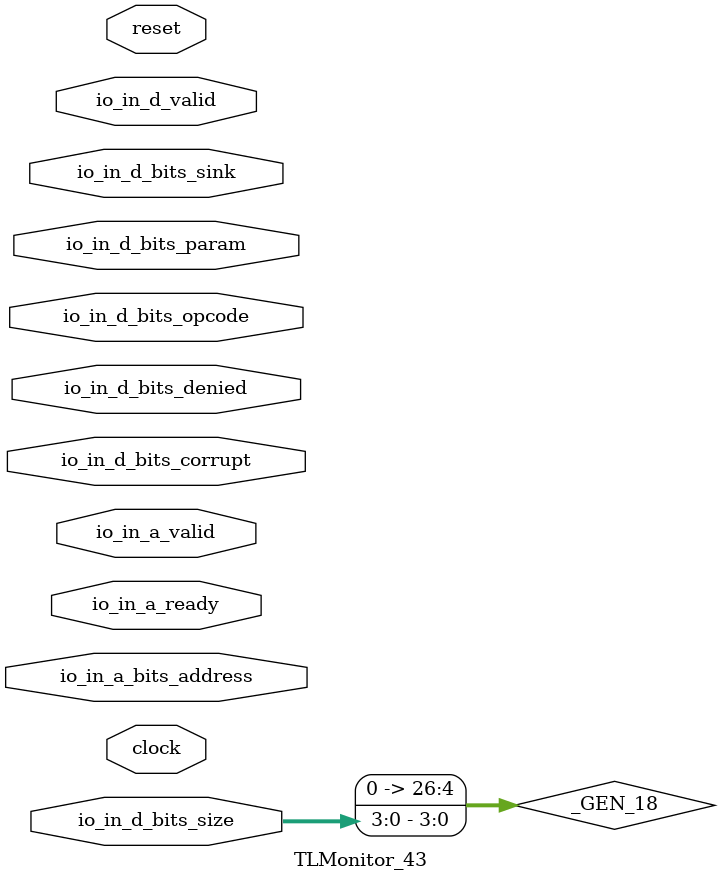
<source format=sv>
`ifndef RANDOMIZE
  `ifdef RANDOMIZE_MEM_INIT
    `define RANDOMIZE
  `endif // RANDOMIZE_MEM_INIT
`endif // not def RANDOMIZE
`ifndef RANDOMIZE
  `ifdef RANDOMIZE_REG_INIT
    `define RANDOMIZE
  `endif // RANDOMIZE_REG_INIT
`endif // not def RANDOMIZE

`ifndef RANDOM
  `define RANDOM $random
`endif // not def RANDOM

// Users can define INIT_RANDOM as general code that gets injected into the
// initializer block for modules with registers.
`ifndef INIT_RANDOM
  `define INIT_RANDOM
`endif // not def INIT_RANDOM

// If using random initialization, you can also define RANDOMIZE_DELAY to
// customize the delay used, otherwise 0.002 is used.
`ifndef RANDOMIZE_DELAY
  `define RANDOMIZE_DELAY 0.002
`endif // not def RANDOMIZE_DELAY

// Define INIT_RANDOM_PROLOG_ for use in our modules below.
`ifndef INIT_RANDOM_PROLOG_
  `ifdef RANDOMIZE
    `ifdef VERILATOR
      `define INIT_RANDOM_PROLOG_ `INIT_RANDOM
    `else  // VERILATOR
      `define INIT_RANDOM_PROLOG_ `INIT_RANDOM #`RANDOMIZE_DELAY begin end
    `endif // VERILATOR
  `else  // RANDOMIZE
    `define INIT_RANDOM_PROLOG_
  `endif // RANDOMIZE
`endif // not def INIT_RANDOM_PROLOG_

// Include register initializers in init blocks unless synthesis is set
`ifndef SYNTHESIS
  `ifndef ENABLE_INITIAL_REG_
    `define ENABLE_INITIAL_REG_
  `endif // not def ENABLE_INITIAL_REG_
`endif // not def SYNTHESIS

// Include rmemory initializers in init blocks unless synthesis is set
`ifndef SYNTHESIS
  `ifndef ENABLE_INITIAL_MEM_
    `define ENABLE_INITIAL_MEM_
  `endif // not def ENABLE_INITIAL_MEM_
`endif // not def SYNTHESIS

// Standard header to adapt well known macros for prints and assertions.

// Users can define 'PRINTF_COND' to add an extra gate to prints.
`ifndef PRINTF_COND_
  `ifdef PRINTF_COND
    `define PRINTF_COND_ (`PRINTF_COND)
  `else  // PRINTF_COND
    `define PRINTF_COND_ 1
  `endif // PRINTF_COND
`endif // not def PRINTF_COND_

// Users can define 'ASSERT_VERBOSE_COND' to add an extra gate to assert error printing.
`ifndef ASSERT_VERBOSE_COND_
  `ifdef ASSERT_VERBOSE_COND
    `define ASSERT_VERBOSE_COND_ (`ASSERT_VERBOSE_COND)
  `else  // ASSERT_VERBOSE_COND
    `define ASSERT_VERBOSE_COND_ 1
  `endif // ASSERT_VERBOSE_COND
`endif // not def ASSERT_VERBOSE_COND_

// Users can define 'STOP_COND' to add an extra gate to stop conditions.
`ifndef STOP_COND_
  `ifdef STOP_COND
    `define STOP_COND_ (`STOP_COND)
  `else  // STOP_COND
    `define STOP_COND_ 1
  `endif // STOP_COND
`endif // not def STOP_COND_

module TLMonitor_43(
  input        clock,
               reset,
               io_in_a_ready,	// @[generators/rocket-chip/src/main/scala/tilelink/Monitor.scala:17:14]
               io_in_a_valid,	// @[generators/rocket-chip/src/main/scala/tilelink/Monitor.scala:17:14]
  input [31:0] io_in_a_bits_address,	// @[generators/rocket-chip/src/main/scala/tilelink/Monitor.scala:17:14]
  input        io_in_d_valid,	// @[generators/rocket-chip/src/main/scala/tilelink/Monitor.scala:17:14]
  input [2:0]  io_in_d_bits_opcode,	// @[generators/rocket-chip/src/main/scala/tilelink/Monitor.scala:17:14]
  input [1:0]  io_in_d_bits_param,	// @[generators/rocket-chip/src/main/scala/tilelink/Monitor.scala:17:14]
  input [3:0]  io_in_d_bits_size,	// @[generators/rocket-chip/src/main/scala/tilelink/Monitor.scala:17:14]
               io_in_d_bits_sink,	// @[generators/rocket-chip/src/main/scala/tilelink/Monitor.scala:17:14]
  input        io_in_d_bits_denied,	// @[generators/rocket-chip/src/main/scala/tilelink/Monitor.scala:17:14]
               io_in_d_bits_corrupt	// @[generators/rocket-chip/src/main/scala/tilelink/Monitor.scala:17:14]
);

  wire [31:0] _plusarg_reader_1_out;	// @[generators/rocket-chip/src/main/scala/util/PlusArg.scala:80:11]
  wire [31:0] _plusarg_reader_out;	// @[generators/rocket-chip/src/main/scala/util/PlusArg.scala:80:11]
  wire        _a_first_T_1 = io_in_a_ready & io_in_a_valid;	// @[src/main/scala/chisel3/util/Decoupled.scala:52:35]
  reg  [7:0]  a_first_counter;	// @[generators/rocket-chip/src/main/scala/tilelink/Edges.scala:230:27]
  reg  [31:0] address;	// @[generators/rocket-chip/src/main/scala/tilelink/Monitor.scala:388:22]
  reg  [7:0]  d_first_counter;	// @[generators/rocket-chip/src/main/scala/tilelink/Edges.scala:230:27]
  reg  [2:0]  opcode_1;	// @[generators/rocket-chip/src/main/scala/tilelink/Monitor.scala:535:22]
  reg  [1:0]  param_1;	// @[generators/rocket-chip/src/main/scala/tilelink/Monitor.scala:536:22]
  reg  [3:0]  size_1;	// @[generators/rocket-chip/src/main/scala/tilelink/Monitor.scala:537:22]
  reg  [3:0]  sink;	// @[generators/rocket-chip/src/main/scala/tilelink/Monitor.scala:539:22]
  reg         denied;	// @[generators/rocket-chip/src/main/scala/tilelink/Monitor.scala:540:22]
  reg         inflight;	// @[generators/rocket-chip/src/main/scala/tilelink/Monitor.scala:611:27]
  reg  [3:0]  inflight_opcodes;	// @[generators/rocket-chip/src/main/scala/tilelink/Monitor.scala:613:35]
  reg  [7:0]  inflight_sizes;	// @[generators/rocket-chip/src/main/scala/tilelink/Monitor.scala:615:33]
  reg  [7:0]  a_first_counter_1;	// @[generators/rocket-chip/src/main/scala/tilelink/Edges.scala:230:27]
  wire        a_first_1 = a_first_counter_1 == 8'h0;	// @[generators/rocket-chip/src/main/scala/tilelink/Edges.scala:222:14, :230:27, :232:25]
  reg  [7:0]  d_first_counter_1;	// @[generators/rocket-chip/src/main/scala/tilelink/Edges.scala:230:27]
  wire        d_first_1 = d_first_counter_1 == 8'h0;	// @[generators/rocket-chip/src/main/scala/tilelink/Edges.scala:222:14, :230:27, :232:25]
  wire        a_set = _a_first_T_1 & a_first_1;	// @[generators/rocket-chip/src/main/scala/tilelink/Edges.scala:232:25, generators/rocket-chip/src/main/scala/tilelink/Monitor.scala:652:25, src/main/scala/chisel3/util/Decoupled.scala:52:35]
  wire        d_release_ack = io_in_d_bits_opcode == 3'h6;	// @[generators/rocket-chip/src/main/scala/tilelink/Monitor.scala:670:46]
  wire        _GEN = io_in_d_valid & d_first_1;	// @[generators/rocket-chip/src/main/scala/tilelink/Edges.scala:232:25, generators/rocket-chip/src/main/scala/tilelink/Monitor.scala:671:26]
  wire        d_clr_wo_ready = _GEN & ~d_release_ack;	// @[generators/rocket-chip/src/main/scala/tilelink/Monitor.scala:670:46, :671:{26,71,74}]
  reg  [31:0] watchdog;	// @[generators/rocket-chip/src/main/scala/tilelink/Monitor.scala:706:27]
  reg         inflight_1;	// @[generators/rocket-chip/src/main/scala/tilelink/Monitor.scala:723:35]
  reg  [7:0]  inflight_sizes_1;	// @[generators/rocket-chip/src/main/scala/tilelink/Monitor.scala:725:35]
  reg  [7:0]  d_first_counter_2;	// @[generators/rocket-chip/src/main/scala/tilelink/Edges.scala:230:27]
  wire        d_first_2 = d_first_counter_2 == 8'h0;	// @[generators/rocket-chip/src/main/scala/tilelink/Edges.scala:222:14, :230:27, :232:25]
  wire        d_clr_1 = io_in_d_valid & d_first_2 & d_release_ack;	// @[generators/rocket-chip/src/main/scala/tilelink/Edges.scala:232:25, generators/rocket-chip/src/main/scala/tilelink/Monitor.scala:670:46, :785:70]
  reg  [31:0] watchdog_1;	// @[generators/rocket-chip/src/main/scala/tilelink/Monitor.scala:815:27]
  `ifndef SYNTHESIS	// @[generators/rocket-chip/src/main/scala/tilelink/Monitor.scala:42:11]
    wire [7:0][2:0] _GEN_0 = '{3'h4, 3'h5, 3'h2, 3'h1, 3'h1, 3'h1, 3'h0, 3'h0};	// @[generators/rocket-chip/src/main/scala/tilelink/Monitor.scala:690:38]
    wire [7:0][2:0] _GEN_1 = '{3'h4, 3'h4, 3'h2, 3'h1, 3'h1, 3'h1, 3'h0, 3'h0};	// @[generators/rocket-chip/src/main/scala/tilelink/Monitor.scala:689:38]
    wire            _GEN_2 = io_in_a_valid & ~reset;	// @[generators/rocket-chip/src/main/scala/tilelink/Monitor.scala:42:11]
    wire            _GEN_3 = io_in_d_valid & io_in_d_bits_opcode == 3'h6 & ~reset;	// @[generators/rocket-chip/src/main/scala/tilelink/Monitor.scala:42:11, :49:11, :310:25]
    wire            _GEN_4 = io_in_d_bits_size[3:2] == 2'h0;	// @[generators/rocket-chip/src/main/scala/tilelink/Monitor.scala:312:27, :313:28]
    wire            _GEN_5 = io_in_d_valid & io_in_d_bits_opcode == 3'h4 & ~reset;	// @[generators/rocket-chip/src/main/scala/tilelink/Monitor.scala:42:11, :49:11, :318:25]
    wire            _GEN_6 = io_in_d_bits_param == 2'h2;	// @[generators/rocket-chip/src/main/scala/tilelink/Bundles.scala:111:27, generators/rocket-chip/src/main/scala/tilelink/Monitor.scala:323:28]
    wire            _GEN_7 = io_in_d_valid & io_in_d_bits_opcode == 3'h5 & ~reset;	// @[generators/rocket-chip/src/main/scala/tilelink/Monitor.scala:42:11, :49:11, :328:25]
    wire            _GEN_8 = ~io_in_d_bits_denied | io_in_d_bits_corrupt;	// @[generators/rocket-chip/src/main/scala/tilelink/Monitor.scala:334:{15,30}]
    wire            _GEN_9 = io_in_d_valid & io_in_d_bits_opcode == 3'h0 & ~reset;	// @[generators/rocket-chip/src/main/scala/tilelink/Monitor.scala:42:11, :49:11, :338:25]
    wire            _GEN_10 = io_in_d_bits_opcode == 3'h1;	// @[generators/rocket-chip/src/main/scala/tilelink/Monitor.scala:346:25]
    wire            _GEN_11 = io_in_d_valid & _GEN_10 & ~reset;	// @[generators/rocket-chip/src/main/scala/tilelink/Monitor.scala:42:11, :49:11, :346:25]
    wire            _GEN_12 = io_in_d_valid & io_in_d_bits_opcode == 3'h2 & ~reset;	// @[generators/rocket-chip/src/main/scala/tilelink/Monitor.scala:42:11, :49:11, :354:25]
    wire            _GEN_13 = io_in_d_valid & (|d_first_counter) & ~reset;	// @[generators/rocket-chip/src/main/scala/tilelink/Edges.scala:230:27, :232:25, generators/rocket-chip/src/main/scala/tilelink/Monitor.scala:42:11, :49:11]
    wire            a_set_wo_ready = io_in_a_valid & a_first_1;	// @[generators/rocket-chip/src/main/scala/tilelink/Edges.scala:232:25, generators/rocket-chip/src/main/scala/tilelink/Monitor.scala:648:26]
    wire            _GEN_14 = d_clr_wo_ready & a_set_wo_ready & ~reset;	// @[generators/rocket-chip/src/main/scala/tilelink/Monitor.scala:42:11, :49:11, :648:26, :671:71]
    wire            _GEN_15 = d_clr_wo_ready & ~a_set_wo_ready & ~reset;	// @[generators/rocket-chip/src/main/scala/tilelink/Monitor.scala:42:11, :49:11, :648:26, :671:71, :684:30]
    wire [7:0]      _GEN_16 = {4'h0, io_in_d_bits_size};	// @[generators/rocket-chip/src/main/scala/diplomacy/Parameters.scala:92:38, generators/rocket-chip/src/main/scala/tilelink/Bundles.scala:111:27, generators/rocket-chip/src/main/scala/tilelink/Monitor.scala:634:69, :638:65, :656:79, :657:77, :691:36]
    wire            _GEN_17 = d_clr_1 & ~reset;	// @[generators/rocket-chip/src/main/scala/tilelink/Monitor.scala:42:11, :49:11, :785:70]
    always @(posedge clock) begin	// @[generators/rocket-chip/src/main/scala/tilelink/Monitor.scala:42:11]
      if (_GEN_2 & ~({io_in_a_bits_address[31:14], ~(io_in_a_bits_address[13:12])} == 20'h0 | io_in_a_bits_address[31:13] == 19'h0 | {io_in_a_bits_address[31:17], ~(io_in_a_bits_address[16])} == 16'h0 | {io_in_a_bits_address[31:21], io_in_a_bits_address[20:17] ^ 4'h8, io_in_a_bits_address[15:12]} == 19'h0 | {io_in_a_bits_address[31:26], io_in_a_bits_address[25:16] ^ 10'h200} == 16'h0 | {io_in_a_bits_address[31:26], io_in_a_bits_address[25:12] ^ 14'h2010} == 20'h0 | {io_in_a_bits_address[31:28], io_in_a_bits_address[27:16] ^ 12'h800} == 16'h0 | {io_in_a_bits_address[31:28], ~(io_in_a_bits_address[27:26])} == 6'h0 | {io_in_a_bits_address[31:29], io_in_a_bits_address[28:12] ^ 17'h10020} == 20'h0 | io_in_a_bits_address[31:28] == 4'h8)) begin	// @[generators/rocket-chip/src/main/scala/diplomacy/Parameters.scala:137:{31,41,46,59}, generators/rocket-chip/src/main/scala/tilelink/Bundles.scala:259:74, generators/rocket-chip/src/main/scala/tilelink/Edges.scala:22:16, generators/rocket-chip/src/main/scala/tilelink/Monitor.scala:42:11, generators/rocket-chip/src/main/scala/tilelink/Parameters.scala:673:26]
        if (`ASSERT_VERBOSE_COND_)	// @[generators/rocket-chip/src/main/scala/tilelink/Monitor.scala:42:11]
          $error("Assertion failed: 'A' channel carries Get type which slave claims it can't support (connected at generators/boom/src/main/scala/common/tile.scala:140:21)\n    at Monitor.scala:42 assert(cond, message)\n");	// @[generators/rocket-chip/src/main/scala/tilelink/Monitor.scala:42:11]
        if (`STOP_COND_)	// @[generators/rocket-chip/src/main/scala/tilelink/Monitor.scala:42:11]
          $fatal;	// @[generators/rocket-chip/src/main/scala/tilelink/Monitor.scala:42:11]
      end
      if (_GEN_2 & (|(io_in_a_bits_address[5:0]))) begin	// @[generators/rocket-chip/src/main/scala/tilelink/Edges.scala:22:{16,24}, generators/rocket-chip/src/main/scala/tilelink/Monitor.scala:42:11]
        if (`ASSERT_VERBOSE_COND_)	// @[generators/rocket-chip/src/main/scala/tilelink/Monitor.scala:42:11]
          $error("Assertion failed: 'A' channel Get address not aligned to size (connected at generators/boom/src/main/scala/common/tile.scala:140:21)\n    at Monitor.scala:42 assert(cond, message)\n");	// @[generators/rocket-chip/src/main/scala/tilelink/Monitor.scala:42:11]
        if (`STOP_COND_)	// @[generators/rocket-chip/src/main/scala/tilelink/Monitor.scala:42:11]
          $fatal;	// @[generators/rocket-chip/src/main/scala/tilelink/Monitor.scala:42:11]
      end
      if (io_in_d_valid & ~reset & (&io_in_d_bits_opcode)) begin	// @[generators/rocket-chip/src/main/scala/tilelink/Bundles.scala:45:24, generators/rocket-chip/src/main/scala/tilelink/Monitor.scala:42:11, :49:11]
        if (`ASSERT_VERBOSE_COND_)	// @[generators/rocket-chip/src/main/scala/tilelink/Monitor.scala:49:11]
          $error("Assertion failed: 'D' channel has invalid opcode (connected at generators/boom/src/main/scala/common/tile.scala:140:21)\n    at Monitor.scala:49 assert(cond, message)\n");	// @[generators/rocket-chip/src/main/scala/tilelink/Monitor.scala:49:11]
        if (`STOP_COND_)	// @[generators/rocket-chip/src/main/scala/tilelink/Monitor.scala:49:11]
          $fatal;	// @[generators/rocket-chip/src/main/scala/tilelink/Monitor.scala:49:11]
      end
      if (_GEN_3 & _GEN_4) begin	// @[generators/rocket-chip/src/main/scala/tilelink/Monitor.scala:49:11, :312:27]
        if (`ASSERT_VERBOSE_COND_)	// @[generators/rocket-chip/src/main/scala/tilelink/Monitor.scala:49:11]
          $error("Assertion failed: 'D' channel ReleaseAck smaller than a beat (connected at generators/boom/src/main/scala/common/tile.scala:140:21)\n    at Monitor.scala:49 assert(cond, message)\n");	// @[generators/rocket-chip/src/main/scala/tilelink/Monitor.scala:49:11]
        if (`STOP_COND_)	// @[generators/rocket-chip/src/main/scala/tilelink/Monitor.scala:49:11]
          $fatal;	// @[generators/rocket-chip/src/main/scala/tilelink/Monitor.scala:49:11]
      end
      if (_GEN_3 & (|io_in_d_bits_param)) begin	// @[generators/rocket-chip/src/main/scala/tilelink/Monitor.scala:49:11, :313:28]
        if (`ASSERT_VERBOSE_COND_)	// @[generators/rocket-chip/src/main/scala/tilelink/Monitor.scala:49:11]
          $error("Assertion failed: 'D' channel ReleaseeAck carries invalid param (connected at generators/boom/src/main/scala/common/tile.scala:140:21)\n    at Monitor.scala:49 assert(cond, message)\n");	// @[generators/rocket-chip/src/main/scala/tilelink/Monitor.scala:49:11]
        if (`STOP_COND_)	// @[generators/rocket-chip/src/main/scala/tilelink/Monitor.scala:49:11]
          $fatal;	// @[generators/rocket-chip/src/main/scala/tilelink/Monitor.scala:49:11]
      end
      if (_GEN_3 & io_in_d_bits_corrupt) begin	// @[generators/rocket-chip/src/main/scala/tilelink/Monitor.scala:49:11]
        if (`ASSERT_VERBOSE_COND_)	// @[generators/rocket-chip/src/main/scala/tilelink/Monitor.scala:49:11]
          $error("Assertion failed: 'D' channel ReleaseAck is corrupt (connected at generators/boom/src/main/scala/common/tile.scala:140:21)\n    at Monitor.scala:49 assert(cond, message)\n");	// @[generators/rocket-chip/src/main/scala/tilelink/Monitor.scala:49:11]
        if (`STOP_COND_)	// @[generators/rocket-chip/src/main/scala/tilelink/Monitor.scala:49:11]
          $fatal;	// @[generators/rocket-chip/src/main/scala/tilelink/Monitor.scala:49:11]
      end
      if (_GEN_3 & io_in_d_bits_denied) begin	// @[generators/rocket-chip/src/main/scala/tilelink/Monitor.scala:49:11]
        if (`ASSERT_VERBOSE_COND_)	// @[generators/rocket-chip/src/main/scala/tilelink/Monitor.scala:49:11]
          $error("Assertion failed: 'D' channel ReleaseAck is denied (connected at generators/boom/src/main/scala/common/tile.scala:140:21)\n    at Monitor.scala:49 assert(cond, message)\n");	// @[generators/rocket-chip/src/main/scala/tilelink/Monitor.scala:49:11]
        if (`STOP_COND_)	// @[generators/rocket-chip/src/main/scala/tilelink/Monitor.scala:49:11]
          $fatal;	// @[generators/rocket-chip/src/main/scala/tilelink/Monitor.scala:49:11]
      end
      if (_GEN_5 & _GEN_4) begin	// @[generators/rocket-chip/src/main/scala/tilelink/Monitor.scala:49:11, :312:27]
        if (`ASSERT_VERBOSE_COND_)	// @[generators/rocket-chip/src/main/scala/tilelink/Monitor.scala:49:11]
          $error("Assertion failed: 'D' channel Grant smaller than a beat (connected at generators/boom/src/main/scala/common/tile.scala:140:21)\n    at Monitor.scala:49 assert(cond, message)\n");	// @[generators/rocket-chip/src/main/scala/tilelink/Monitor.scala:49:11]
        if (`STOP_COND_)	// @[generators/rocket-chip/src/main/scala/tilelink/Monitor.scala:49:11]
          $fatal;	// @[generators/rocket-chip/src/main/scala/tilelink/Monitor.scala:49:11]
      end
      if (_GEN_5 & (&io_in_d_bits_param)) begin	// @[generators/rocket-chip/src/main/scala/tilelink/Bundles.scala:105:26, generators/rocket-chip/src/main/scala/tilelink/Monitor.scala:49:11]
        if (`ASSERT_VERBOSE_COND_)	// @[generators/rocket-chip/src/main/scala/tilelink/Monitor.scala:49:11]
          $error("Assertion failed: 'D' channel Grant carries invalid cap param (connected at generators/boom/src/main/scala/common/tile.scala:140:21)\n    at Monitor.scala:49 assert(cond, message)\n");	// @[generators/rocket-chip/src/main/scala/tilelink/Monitor.scala:49:11]
        if (`STOP_COND_)	// @[generators/rocket-chip/src/main/scala/tilelink/Monitor.scala:49:11]
          $fatal;	// @[generators/rocket-chip/src/main/scala/tilelink/Monitor.scala:49:11]
      end
      if (_GEN_5 & _GEN_6) begin	// @[generators/rocket-chip/src/main/scala/tilelink/Monitor.scala:49:11, :323:28]
        if (`ASSERT_VERBOSE_COND_)	// @[generators/rocket-chip/src/main/scala/tilelink/Monitor.scala:49:11]
          $error("Assertion failed: 'D' channel Grant carries toN param (connected at generators/boom/src/main/scala/common/tile.scala:140:21)\n    at Monitor.scala:49 assert(cond, message)\n");	// @[generators/rocket-chip/src/main/scala/tilelink/Monitor.scala:49:11]
        if (`STOP_COND_)	// @[generators/rocket-chip/src/main/scala/tilelink/Monitor.scala:49:11]
          $fatal;	// @[generators/rocket-chip/src/main/scala/tilelink/Monitor.scala:49:11]
      end
      if (_GEN_5 & io_in_d_bits_corrupt) begin	// @[generators/rocket-chip/src/main/scala/tilelink/Monitor.scala:49:11]
        if (`ASSERT_VERBOSE_COND_)	// @[generators/rocket-chip/src/main/scala/tilelink/Monitor.scala:49:11]
          $error("Assertion failed: 'D' channel Grant is corrupt (connected at generators/boom/src/main/scala/common/tile.scala:140:21)\n    at Monitor.scala:49 assert(cond, message)\n");	// @[generators/rocket-chip/src/main/scala/tilelink/Monitor.scala:49:11]
        if (`STOP_COND_)	// @[generators/rocket-chip/src/main/scala/tilelink/Monitor.scala:49:11]
          $fatal;	// @[generators/rocket-chip/src/main/scala/tilelink/Monitor.scala:49:11]
      end
      if (_GEN_7 & _GEN_4) begin	// @[generators/rocket-chip/src/main/scala/tilelink/Monitor.scala:49:11, :312:27]
        if (`ASSERT_VERBOSE_COND_)	// @[generators/rocket-chip/src/main/scala/tilelink/Monitor.scala:49:11]
          $error("Assertion failed: 'D' channel GrantData smaller than a beat (connected at generators/boom/src/main/scala/common/tile.scala:140:21)\n    at Monitor.scala:49 assert(cond, message)\n");	// @[generators/rocket-chip/src/main/scala/tilelink/Monitor.scala:49:11]
        if (`STOP_COND_)	// @[generators/rocket-chip/src/main/scala/tilelink/Monitor.scala:49:11]
          $fatal;	// @[generators/rocket-chip/src/main/scala/tilelink/Monitor.scala:49:11]
      end
      if (_GEN_7 & (&io_in_d_bits_param)) begin	// @[generators/rocket-chip/src/main/scala/tilelink/Bundles.scala:105:26, generators/rocket-chip/src/main/scala/tilelink/Monitor.scala:49:11]
        if (`ASSERT_VERBOSE_COND_)	// @[generators/rocket-chip/src/main/scala/tilelink/Monitor.scala:49:11]
          $error("Assertion failed: 'D' channel GrantData carries invalid cap param (connected at generators/boom/src/main/scala/common/tile.scala:140:21)\n    at Monitor.scala:49 assert(cond, message)\n");	// @[generators/rocket-chip/src/main/scala/tilelink/Monitor.scala:49:11]
        if (`STOP_COND_)	// @[generators/rocket-chip/src/main/scala/tilelink/Monitor.scala:49:11]
          $fatal;	// @[generators/rocket-chip/src/main/scala/tilelink/Monitor.scala:49:11]
      end
      if (_GEN_7 & _GEN_6) begin	// @[generators/rocket-chip/src/main/scala/tilelink/Monitor.scala:49:11, :323:28]
        if (`ASSERT_VERBOSE_COND_)	// @[generators/rocket-chip/src/main/scala/tilelink/Monitor.scala:49:11]
          $error("Assertion failed: 'D' channel GrantData carries toN param (connected at generators/boom/src/main/scala/common/tile.scala:140:21)\n    at Monitor.scala:49 assert(cond, message)\n");	// @[generators/rocket-chip/src/main/scala/tilelink/Monitor.scala:49:11]
        if (`STOP_COND_)	// @[generators/rocket-chip/src/main/scala/tilelink/Monitor.scala:49:11]
          $fatal;	// @[generators/rocket-chip/src/main/scala/tilelink/Monitor.scala:49:11]
      end
      if (_GEN_7 & ~_GEN_8) begin	// @[generators/rocket-chip/src/main/scala/tilelink/Monitor.scala:49:11, :334:30]
        if (`ASSERT_VERBOSE_COND_)	// @[generators/rocket-chip/src/main/scala/tilelink/Monitor.scala:49:11]
          $error("Assertion failed: 'D' channel GrantData is denied but not corrupt (connected at generators/boom/src/main/scala/common/tile.scala:140:21)\n    at Monitor.scala:49 assert(cond, message)\n");	// @[generators/rocket-chip/src/main/scala/tilelink/Monitor.scala:49:11]
        if (`STOP_COND_)	// @[generators/rocket-chip/src/main/scala/tilelink/Monitor.scala:49:11]
          $fatal;	// @[generators/rocket-chip/src/main/scala/tilelink/Monitor.scala:49:11]
      end
      if (_GEN_9 & (|io_in_d_bits_param)) begin	// @[generators/rocket-chip/src/main/scala/tilelink/Monitor.scala:49:11, :313:28]
        if (`ASSERT_VERBOSE_COND_)	// @[generators/rocket-chip/src/main/scala/tilelink/Monitor.scala:49:11]
          $error("Assertion failed: 'D' channel AccessAck carries invalid param (connected at generators/boom/src/main/scala/common/tile.scala:140:21)\n    at Monitor.scala:49 assert(cond, message)\n");	// @[generators/rocket-chip/src/main/scala/tilelink/Monitor.scala:49:11]
        if (`STOP_COND_)	// @[generators/rocket-chip/src/main/scala/tilelink/Monitor.scala:49:11]
          $fatal;	// @[generators/rocket-chip/src/main/scala/tilelink/Monitor.scala:49:11]
      end
      if (_GEN_9 & io_in_d_bits_corrupt) begin	// @[generators/rocket-chip/src/main/scala/tilelink/Monitor.scala:49:11]
        if (`ASSERT_VERBOSE_COND_)	// @[generators/rocket-chip/src/main/scala/tilelink/Monitor.scala:49:11]
          $error("Assertion failed: 'D' channel AccessAck is corrupt (connected at generators/boom/src/main/scala/common/tile.scala:140:21)\n    at Monitor.scala:49 assert(cond, message)\n");	// @[generators/rocket-chip/src/main/scala/tilelink/Monitor.scala:49:11]
        if (`STOP_COND_)	// @[generators/rocket-chip/src/main/scala/tilelink/Monitor.scala:49:11]
          $fatal;	// @[generators/rocket-chip/src/main/scala/tilelink/Monitor.scala:49:11]
      end
      if (_GEN_11 & (|io_in_d_bits_param)) begin	// @[generators/rocket-chip/src/main/scala/tilelink/Monitor.scala:49:11, :313:28]
        if (`ASSERT_VERBOSE_COND_)	// @[generators/rocket-chip/src/main/scala/tilelink/Monitor.scala:49:11]
          $error("Assertion failed: 'D' channel AccessAckData carries invalid param (connected at generators/boom/src/main/scala/common/tile.scala:140:21)\n    at Monitor.scala:49 assert(cond, message)\n");	// @[generators/rocket-chip/src/main/scala/tilelink/Monitor.scala:49:11]
        if (`STOP_COND_)	// @[generators/rocket-chip/src/main/scala/tilelink/Monitor.scala:49:11]
          $fatal;	// @[generators/rocket-chip/src/main/scala/tilelink/Monitor.scala:49:11]
      end
      if (_GEN_11 & ~_GEN_8) begin	// @[generators/rocket-chip/src/main/scala/tilelink/Monitor.scala:49:11, :334:30]
        if (`ASSERT_VERBOSE_COND_)	// @[generators/rocket-chip/src/main/scala/tilelink/Monitor.scala:49:11]
          $error("Assertion failed: 'D' channel AccessAckData is denied but not corrupt (connected at generators/boom/src/main/scala/common/tile.scala:140:21)\n    at Monitor.scala:49 assert(cond, message)\n");	// @[generators/rocket-chip/src/main/scala/tilelink/Monitor.scala:49:11]
        if (`STOP_COND_)	// @[generators/rocket-chip/src/main/scala/tilelink/Monitor.scala:49:11]
          $fatal;	// @[generators/rocket-chip/src/main/scala/tilelink/Monitor.scala:49:11]
      end
      if (_GEN_12 & (|io_in_d_bits_param)) begin	// @[generators/rocket-chip/src/main/scala/tilelink/Monitor.scala:49:11, :313:28]
        if (`ASSERT_VERBOSE_COND_)	// @[generators/rocket-chip/src/main/scala/tilelink/Monitor.scala:49:11]
          $error("Assertion failed: 'D' channel HintAck carries invalid param (connected at generators/boom/src/main/scala/common/tile.scala:140:21)\n    at Monitor.scala:49 assert(cond, message)\n");	// @[generators/rocket-chip/src/main/scala/tilelink/Monitor.scala:49:11]
        if (`STOP_COND_)	// @[generators/rocket-chip/src/main/scala/tilelink/Monitor.scala:49:11]
          $fatal;	// @[generators/rocket-chip/src/main/scala/tilelink/Monitor.scala:49:11]
      end
      if (_GEN_12 & io_in_d_bits_corrupt) begin	// @[generators/rocket-chip/src/main/scala/tilelink/Monitor.scala:49:11]
        if (`ASSERT_VERBOSE_COND_)	// @[generators/rocket-chip/src/main/scala/tilelink/Monitor.scala:49:11]
          $error("Assertion failed: 'D' channel HintAck is corrupt (connected at generators/boom/src/main/scala/common/tile.scala:140:21)\n    at Monitor.scala:49 assert(cond, message)\n");	// @[generators/rocket-chip/src/main/scala/tilelink/Monitor.scala:49:11]
        if (`STOP_COND_)	// @[generators/rocket-chip/src/main/scala/tilelink/Monitor.scala:49:11]
          $fatal;	// @[generators/rocket-chip/src/main/scala/tilelink/Monitor.scala:49:11]
      end
      if (io_in_a_valid & (|a_first_counter) & ~reset & io_in_a_bits_address != address) begin	// @[generators/rocket-chip/src/main/scala/tilelink/Edges.scala:230:27, :232:25, generators/rocket-chip/src/main/scala/tilelink/Monitor.scala:42:11, :388:22, :394:32]
        if (`ASSERT_VERBOSE_COND_)	// @[generators/rocket-chip/src/main/scala/tilelink/Monitor.scala:42:11]
          $error("Assertion failed: 'A' channel address changed with multibeat operation (connected at generators/boom/src/main/scala/common/tile.scala:140:21)\n    at Monitor.scala:42 assert(cond, message)\n");	// @[generators/rocket-chip/src/main/scala/tilelink/Monitor.scala:42:11]
        if (`STOP_COND_)	// @[generators/rocket-chip/src/main/scala/tilelink/Monitor.scala:42:11]
          $fatal;	// @[generators/rocket-chip/src/main/scala/tilelink/Monitor.scala:42:11]
      end
      if (_GEN_13 & io_in_d_bits_opcode != opcode_1) begin	// @[generators/rocket-chip/src/main/scala/tilelink/Monitor.scala:49:11, :535:22, :542:29]
        if (`ASSERT_VERBOSE_COND_)	// @[generators/rocket-chip/src/main/scala/tilelink/Monitor.scala:49:11]
          $error("Assertion failed: 'D' channel opcode changed within multibeat operation (connected at generators/boom/src/main/scala/common/tile.scala:140:21)\n    at Monitor.scala:49 assert(cond, message)\n");	// @[generators/rocket-chip/src/main/scala/tilelink/Monitor.scala:49:11]
        if (`STOP_COND_)	// @[generators/rocket-chip/src/main/scala/tilelink/Monitor.scala:49:11]
          $fatal;	// @[generators/rocket-chip/src/main/scala/tilelink/Monitor.scala:49:11]
      end
      if (_GEN_13 & io_in_d_bits_param != param_1) begin	// @[generators/rocket-chip/src/main/scala/tilelink/Monitor.scala:49:11, :536:22, :543:29]
        if (`ASSERT_VERBOSE_COND_)	// @[generators/rocket-chip/src/main/scala/tilelink/Monitor.scala:49:11]
          $error("Assertion failed: 'D' channel param changed within multibeat operation (connected at generators/boom/src/main/scala/common/tile.scala:140:21)\n    at Monitor.scala:49 assert(cond, message)\n");	// @[generators/rocket-chip/src/main/scala/tilelink/Monitor.scala:49:11]
        if (`STOP_COND_)	// @[generators/rocket-chip/src/main/scala/tilelink/Monitor.scala:49:11]
          $fatal;	// @[generators/rocket-chip/src/main/scala/tilelink/Monitor.scala:49:11]
      end
      if (_GEN_13 & io_in_d_bits_size != size_1) begin	// @[generators/rocket-chip/src/main/scala/tilelink/Monitor.scala:49:11, :537:22, :544:29]
        if (`ASSERT_VERBOSE_COND_)	// @[generators/rocket-chip/src/main/scala/tilelink/Monitor.scala:49:11]
          $error("Assertion failed: 'D' channel size changed within multibeat operation (connected at generators/boom/src/main/scala/common/tile.scala:140:21)\n    at Monitor.scala:49 assert(cond, message)\n");	// @[generators/rocket-chip/src/main/scala/tilelink/Monitor.scala:49:11]
        if (`STOP_COND_)	// @[generators/rocket-chip/src/main/scala/tilelink/Monitor.scala:49:11]
          $fatal;	// @[generators/rocket-chip/src/main/scala/tilelink/Monitor.scala:49:11]
      end
      if (_GEN_13 & io_in_d_bits_sink != sink) begin	// @[generators/rocket-chip/src/main/scala/tilelink/Monitor.scala:49:11, :539:22, :546:29]
        if (`ASSERT_VERBOSE_COND_)	// @[generators/rocket-chip/src/main/scala/tilelink/Monitor.scala:49:11]
          $error("Assertion failed: 'D' channel sink changed with multibeat operation (connected at generators/boom/src/main/scala/common/tile.scala:140:21)\n    at Monitor.scala:49 assert(cond, message)\n");	// @[generators/rocket-chip/src/main/scala/tilelink/Monitor.scala:49:11]
        if (`STOP_COND_)	// @[generators/rocket-chip/src/main/scala/tilelink/Monitor.scala:49:11]
          $fatal;	// @[generators/rocket-chip/src/main/scala/tilelink/Monitor.scala:49:11]
      end
      if (_GEN_13 & io_in_d_bits_denied != denied) begin	// @[generators/rocket-chip/src/main/scala/tilelink/Monitor.scala:49:11, :540:22, :547:29]
        if (`ASSERT_VERBOSE_COND_)	// @[generators/rocket-chip/src/main/scala/tilelink/Monitor.scala:49:11]
          $error("Assertion failed: 'D' channel denied changed with multibeat operation (connected at generators/boom/src/main/scala/common/tile.scala:140:21)\n    at Monitor.scala:49 assert(cond, message)\n");	// @[generators/rocket-chip/src/main/scala/tilelink/Monitor.scala:49:11]
        if (`STOP_COND_)	// @[generators/rocket-chip/src/main/scala/tilelink/Monitor.scala:49:11]
          $fatal;	// @[generators/rocket-chip/src/main/scala/tilelink/Monitor.scala:49:11]
      end
      if (a_set & ~reset & inflight) begin	// @[generators/rocket-chip/src/main/scala/tilelink/Monitor.scala:42:11, :611:27, :652:25]
        if (`ASSERT_VERBOSE_COND_)	// @[generators/rocket-chip/src/main/scala/tilelink/Monitor.scala:42:11]
          $error("Assertion failed: 'A' channel re-used a source ID (connected at generators/boom/src/main/scala/common/tile.scala:140:21)\n    at Monitor.scala:42 assert(cond, message)\n");	// @[generators/rocket-chip/src/main/scala/tilelink/Monitor.scala:42:11]
        if (`STOP_COND_)	// @[generators/rocket-chip/src/main/scala/tilelink/Monitor.scala:42:11]
          $fatal;	// @[generators/rocket-chip/src/main/scala/tilelink/Monitor.scala:42:11]
      end
      if (d_clr_wo_ready & ~reset & ~(inflight | a_set_wo_ready)) begin	// @[generators/rocket-chip/src/main/scala/tilelink/Monitor.scala:42:11, :49:11, :611:27, :648:26, :671:71, :682:49]
        if (`ASSERT_VERBOSE_COND_)	// @[generators/rocket-chip/src/main/scala/tilelink/Monitor.scala:49:11]
          $error("Assertion failed: 'D' channel acknowledged for nothing inflight (connected at generators/boom/src/main/scala/common/tile.scala:140:21)\n    at Monitor.scala:49 assert(cond, message)\n");	// @[generators/rocket-chip/src/main/scala/tilelink/Monitor.scala:49:11]
        if (`STOP_COND_)	// @[generators/rocket-chip/src/main/scala/tilelink/Monitor.scala:49:11]
          $fatal;	// @[generators/rocket-chip/src/main/scala/tilelink/Monitor.scala:49:11]
      end
      if (_GEN_14 & ~_GEN_10) begin	// @[generators/rocket-chip/src/main/scala/tilelink/Monitor.scala:49:11, :346:25]
        if (`ASSERT_VERBOSE_COND_)	// @[generators/rocket-chip/src/main/scala/tilelink/Monitor.scala:49:11]
          $error("Assertion failed: 'D' channel contains improper opcode response (connected at generators/boom/src/main/scala/common/tile.scala:140:21)\n    at Monitor.scala:49 assert(cond, message)\n");	// @[generators/rocket-chip/src/main/scala/tilelink/Monitor.scala:49:11]
        if (`STOP_COND_)	// @[generators/rocket-chip/src/main/scala/tilelink/Monitor.scala:49:11]
          $fatal;	// @[generators/rocket-chip/src/main/scala/tilelink/Monitor.scala:49:11]
      end
      if (_GEN_14 & io_in_d_bits_size != 4'h6) begin	// @[generators/rocket-chip/src/main/scala/tilelink/Monitor.scala:17:14, :49:11, :687:36]
        if (`ASSERT_VERBOSE_COND_)	// @[generators/rocket-chip/src/main/scala/tilelink/Monitor.scala:49:11]
          $error("Assertion failed: 'D' channel contains improper response size (connected at generators/boom/src/main/scala/common/tile.scala:140:21)\n    at Monitor.scala:49 assert(cond, message)\n");	// @[generators/rocket-chip/src/main/scala/tilelink/Monitor.scala:49:11]
        if (`STOP_COND_)	// @[generators/rocket-chip/src/main/scala/tilelink/Monitor.scala:49:11]
          $fatal;	// @[generators/rocket-chip/src/main/scala/tilelink/Monitor.scala:49:11]
      end
      if (_GEN_15 & ~(io_in_d_bits_opcode == _GEN_1[inflight_opcodes[3:1]] | io_in_d_bits_opcode == _GEN_0[inflight_opcodes[3:1]])) begin	// @[generators/rocket-chip/src/main/scala/tilelink/Monitor.scala:42:11, :49:11, :613:35, :634:152, :689:{38,72}, :690:38]
        if (`ASSERT_VERBOSE_COND_)	// @[generators/rocket-chip/src/main/scala/tilelink/Monitor.scala:49:11]
          $error("Assertion failed: 'D' channel contains improper opcode response (connected at generators/boom/src/main/scala/common/tile.scala:140:21)\n    at Monitor.scala:49 assert(cond, message)\n");	// @[generators/rocket-chip/src/main/scala/tilelink/Monitor.scala:49:11]
        if (`STOP_COND_)	// @[generators/rocket-chip/src/main/scala/tilelink/Monitor.scala:49:11]
          $fatal;	// @[generators/rocket-chip/src/main/scala/tilelink/Monitor.scala:49:11]
      end
      if (_GEN_15 & _GEN_16 != {1'h0, inflight_sizes[7:1]}) begin	// @[generators/rocket-chip/src/main/scala/tilelink/Monitor.scala:17:14, :42:11, :49:11, :99:31, :131:74, :139:71, :615:33, :638:{19,144}, :691:36, :695:15]
        if (`ASSERT_VERBOSE_COND_)	// @[generators/rocket-chip/src/main/scala/tilelink/Monitor.scala:49:11]
          $error("Assertion failed: 'D' channel contains improper response size (connected at generators/boom/src/main/scala/common/tile.scala:140:21)\n    at Monitor.scala:49 assert(cond, message)\n");	// @[generators/rocket-chip/src/main/scala/tilelink/Monitor.scala:49:11]
        if (`STOP_COND_)	// @[generators/rocket-chip/src/main/scala/tilelink/Monitor.scala:49:11]
          $fatal;	// @[generators/rocket-chip/src/main/scala/tilelink/Monitor.scala:49:11]
      end
      if (_GEN & a_first_1 & io_in_a_valid & ~d_release_ack & ~reset & ~io_in_a_ready) begin	// @[generators/rocket-chip/src/main/scala/tilelink/Edges.scala:232:25, generators/rocket-chip/src/main/scala/tilelink/Monitor.scala:42:11, :49:11, :670:46, :671:{26,74}]
        if (`ASSERT_VERBOSE_COND_)	// @[generators/rocket-chip/src/main/scala/tilelink/Monitor.scala:49:11]
          $error("Assertion failed: ready check\n    at Monitor.scala:49 assert(cond, message)\n");	// @[generators/rocket-chip/src/main/scala/tilelink/Monitor.scala:49:11]
        if (`STOP_COND_)	// @[generators/rocket-chip/src/main/scala/tilelink/Monitor.scala:49:11]
          $fatal;	// @[generators/rocket-chip/src/main/scala/tilelink/Monitor.scala:49:11]
      end
      if (~reset & ~(a_set_wo_ready != d_clr_wo_ready | ~a_set_wo_ready)) begin	// @[generators/rocket-chip/src/main/scala/tilelink/Monitor.scala:42:11, :49:11, :648:26, :671:71, :684:30, :699:{29,48}]
        if (`ASSERT_VERBOSE_COND_)	// @[generators/rocket-chip/src/main/scala/tilelink/Monitor.scala:49:11]
          $error("Assertion failed: 'A' and 'D' concurrent, despite minlatency > 0 (connected at generators/boom/src/main/scala/common/tile.scala:140:21)\n    at Monitor.scala:49 assert(cond, message)\n");	// @[generators/rocket-chip/src/main/scala/tilelink/Monitor.scala:49:11]
        if (`STOP_COND_)	// @[generators/rocket-chip/src/main/scala/tilelink/Monitor.scala:49:11]
          $fatal;	// @[generators/rocket-chip/src/main/scala/tilelink/Monitor.scala:49:11]
      end
      if (~reset & ~(~inflight | _plusarg_reader_out == 32'h0 | watchdog < _plusarg_reader_out)) begin	// @[generators/rocket-chip/src/main/scala/tilelink/Bundles.scala:259:74, generators/rocket-chip/src/main/scala/tilelink/Monitor.scala:42:11, :611:27, :706:27, :709:{16,39,47,59}, generators/rocket-chip/src/main/scala/util/PlusArg.scala:80:11]
        if (`ASSERT_VERBOSE_COND_)	// @[generators/rocket-chip/src/main/scala/tilelink/Monitor.scala:42:11]
          $error("Assertion failed: TileLink timeout expired (connected at generators/boom/src/main/scala/common/tile.scala:140:21)\n    at Monitor.scala:42 assert(cond, message)\n");	// @[generators/rocket-chip/src/main/scala/tilelink/Monitor.scala:42:11]
        if (`STOP_COND_)	// @[generators/rocket-chip/src/main/scala/tilelink/Monitor.scala:42:11]
          $fatal;	// @[generators/rocket-chip/src/main/scala/tilelink/Monitor.scala:42:11]
      end
      if (_GEN_17 & ~inflight_1) begin	// @[generators/rocket-chip/src/main/scala/tilelink/Monitor.scala:49:11, :723:35]
        if (`ASSERT_VERBOSE_COND_)	// @[generators/rocket-chip/src/main/scala/tilelink/Monitor.scala:49:11]
          $error("Assertion failed: 'D' channel acknowledged for nothing inflight (connected at generators/boom/src/main/scala/common/tile.scala:140:21)\n    at Monitor.scala:49 assert(cond, message)\n");	// @[generators/rocket-chip/src/main/scala/tilelink/Monitor.scala:49:11]
        if (`STOP_COND_)	// @[generators/rocket-chip/src/main/scala/tilelink/Monitor.scala:49:11]
          $fatal;	// @[generators/rocket-chip/src/main/scala/tilelink/Monitor.scala:49:11]
      end
      if (_GEN_17 & _GEN_16 != {1'h0, inflight_sizes_1[7:1]}) begin	// @[generators/rocket-chip/src/main/scala/tilelink/Monitor.scala:17:14, :42:11, :49:11, :99:31, :131:74, :139:71, :691:36, :695:15, :725:35, :747:{21,146}, :797:36]
        if (`ASSERT_VERBOSE_COND_)	// @[generators/rocket-chip/src/main/scala/tilelink/Monitor.scala:49:11]
          $error("Assertion failed: 'D' channel contains improper response size (connected at generators/boom/src/main/scala/common/tile.scala:140:21)\n    at Monitor.scala:49 assert(cond, message)\n");	// @[generators/rocket-chip/src/main/scala/tilelink/Monitor.scala:49:11]
        if (`STOP_COND_)	// @[generators/rocket-chip/src/main/scala/tilelink/Monitor.scala:49:11]
          $fatal;	// @[generators/rocket-chip/src/main/scala/tilelink/Monitor.scala:49:11]
      end
      if (~reset & ~(~inflight_1 | _plusarg_reader_1_out == 32'h0 | watchdog_1 < _plusarg_reader_1_out)) begin	// @[generators/rocket-chip/src/main/scala/tilelink/Bundles.scala:259:74, generators/rocket-chip/src/main/scala/tilelink/Monitor.scala:42:11, :49:11, :723:35, :815:27, :818:{39,47,59}, generators/rocket-chip/src/main/scala/util/PlusArg.scala:80:11]
        if (`ASSERT_VERBOSE_COND_)	// @[generators/rocket-chip/src/main/scala/tilelink/Monitor.scala:42:11]
          $error("Assertion failed: TileLink timeout expired (connected at generators/boom/src/main/scala/common/tile.scala:140:21)\n    at Monitor.scala:42 assert(cond, message)\n");	// @[generators/rocket-chip/src/main/scala/tilelink/Monitor.scala:42:11]
        if (`STOP_COND_)	// @[generators/rocket-chip/src/main/scala/tilelink/Monitor.scala:42:11]
          $fatal;	// @[generators/rocket-chip/src/main/scala/tilelink/Monitor.scala:42:11]
      end
    end // always @(posedge)
  `endif // not def SYNTHESIS
  wire [26:0] _GEN_18 = {23'h0, io_in_d_bits_size};	// @[generators/rocket-chip/src/main/scala/util/package.scala:235:71]
  wire [26:0] _d_first_beats1_decode_T_1 = 27'hFFF << _GEN_18;	// @[generators/rocket-chip/src/main/scala/util/package.scala:235:71]
  wire [26:0] _d_first_beats1_decode_T_5 = 27'hFFF << _GEN_18;	// @[generators/rocket-chip/src/main/scala/util/package.scala:235:71]
  wire [26:0] _d_first_beats1_decode_T_9 = 27'hFFF << _GEN_18;	// @[generators/rocket-chip/src/main/scala/util/package.scala:235:71]
  always @(posedge clock) begin
    if (reset) begin
      a_first_counter <= 8'h0;	// @[generators/rocket-chip/src/main/scala/tilelink/Edges.scala:222:14, :230:27]
      d_first_counter <= 8'h0;	// @[generators/rocket-chip/src/main/scala/tilelink/Edges.scala:222:14, :230:27]
      inflight <= 1'h0;	// @[generators/rocket-chip/src/main/scala/tilelink/Monitor.scala:17:14, :42:11, :99:31, :131:74, :139:71, :611:27, :695:15]
      inflight_opcodes <= 4'h0;	// @[generators/rocket-chip/src/main/scala/diplomacy/Parameters.scala:92:38, generators/rocket-chip/src/main/scala/tilelink/Bundles.scala:111:27, generators/rocket-chip/src/main/scala/tilelink/Monitor.scala:613:35, :634:69, :638:65, :656:79, :657:77]
      inflight_sizes <= 8'h0;	// @[generators/rocket-chip/src/main/scala/tilelink/Edges.scala:222:14, generators/rocket-chip/src/main/scala/tilelink/Monitor.scala:615:33]
      a_first_counter_1 <= 8'h0;	// @[generators/rocket-chip/src/main/scala/tilelink/Edges.scala:222:14, :230:27]
      d_first_counter_1 <= 8'h0;	// @[generators/rocket-chip/src/main/scala/tilelink/Edges.scala:222:14, :230:27]
      watchdog <= 32'h0;	// @[generators/rocket-chip/src/main/scala/tilelink/Bundles.scala:259:74, generators/rocket-chip/src/main/scala/tilelink/Monitor.scala:706:27]
      inflight_1 <= 1'h0;	// @[generators/rocket-chip/src/main/scala/tilelink/Monitor.scala:17:14, :42:11, :99:31, :131:74, :139:71, :695:15, :723:35]
      inflight_sizes_1 <= 8'h0;	// @[generators/rocket-chip/src/main/scala/tilelink/Edges.scala:222:14, generators/rocket-chip/src/main/scala/tilelink/Monitor.scala:725:35]
      d_first_counter_2 <= 8'h0;	// @[generators/rocket-chip/src/main/scala/tilelink/Edges.scala:222:14, :230:27]
      watchdog_1 <= 32'h0;	// @[generators/rocket-chip/src/main/scala/tilelink/Bundles.scala:259:74, generators/rocket-chip/src/main/scala/tilelink/Monitor.scala:815:27]
    end
    else begin
      if (_a_first_T_1) begin	// @[src/main/scala/chisel3/util/Decoupled.scala:52:35]
        if (|a_first_counter)	// @[generators/rocket-chip/src/main/scala/tilelink/Edges.scala:230:27, :232:25]
          a_first_counter <= a_first_counter - 8'h1;	// @[generators/rocket-chip/src/main/scala/tilelink/Edges.scala:230:27, :231:28]
        else	// @[generators/rocket-chip/src/main/scala/tilelink/Edges.scala:232:25]
          a_first_counter <= 8'h0;	// @[generators/rocket-chip/src/main/scala/tilelink/Edges.scala:222:14, :230:27]
        if (a_first_1)	// @[generators/rocket-chip/src/main/scala/tilelink/Edges.scala:232:25]
          a_first_counter_1 <= 8'h0;	// @[generators/rocket-chip/src/main/scala/tilelink/Edges.scala:222:14, :230:27]
        else	// @[generators/rocket-chip/src/main/scala/tilelink/Edges.scala:232:25]
          a_first_counter_1 <= a_first_counter_1 - 8'h1;	// @[generators/rocket-chip/src/main/scala/tilelink/Edges.scala:230:27, :231:28]
      end
      if (io_in_d_valid) begin	// @[generators/rocket-chip/src/main/scala/tilelink/Monitor.scala:17:14]
        if (|d_first_counter)	// @[generators/rocket-chip/src/main/scala/tilelink/Edges.scala:230:27, :232:25]
          d_first_counter <= d_first_counter - 8'h1;	// @[generators/rocket-chip/src/main/scala/tilelink/Edges.scala:230:27, :231:28]
        else	// @[generators/rocket-chip/src/main/scala/tilelink/Edges.scala:232:25]
          d_first_counter <= io_in_d_bits_opcode[0] ? ~(_d_first_beats1_decode_T_1[11:4]) : 8'h0;	// @[generators/rocket-chip/src/main/scala/tilelink/Edges.scala:107:36, :222:14, :230:27, generators/rocket-chip/src/main/scala/util/package.scala:235:{46,71,76}]
        if (d_first_1)	// @[generators/rocket-chip/src/main/scala/tilelink/Edges.scala:232:25]
          d_first_counter_1 <= io_in_d_bits_opcode[0] ? ~(_d_first_beats1_decode_T_5[11:4]) : 8'h0;	// @[generators/rocket-chip/src/main/scala/tilelink/Edges.scala:107:36, :222:14, :230:27, generators/rocket-chip/src/main/scala/util/package.scala:235:{46,71,76}]
        else	// @[generators/rocket-chip/src/main/scala/tilelink/Edges.scala:232:25]
          d_first_counter_1 <= d_first_counter_1 - 8'h1;	// @[generators/rocket-chip/src/main/scala/tilelink/Edges.scala:230:27, :231:28]
        if (d_first_2)	// @[generators/rocket-chip/src/main/scala/tilelink/Edges.scala:232:25]
          d_first_counter_2 <= io_in_d_bits_opcode[0] ? ~(_d_first_beats1_decode_T_9[11:4]) : 8'h0;	// @[generators/rocket-chip/src/main/scala/tilelink/Edges.scala:107:36, :222:14, :230:27, generators/rocket-chip/src/main/scala/util/package.scala:235:{46,71,76}]
        else	// @[generators/rocket-chip/src/main/scala/tilelink/Edges.scala:232:25]
          d_first_counter_2 <= d_first_counter_2 - 8'h1;	// @[generators/rocket-chip/src/main/scala/tilelink/Edges.scala:230:27, :231:28]
        watchdog_1 <= 32'h0;	// @[generators/rocket-chip/src/main/scala/tilelink/Bundles.scala:259:74, generators/rocket-chip/src/main/scala/tilelink/Monitor.scala:815:27]
      end
      else	// @[generators/rocket-chip/src/main/scala/tilelink/Monitor.scala:17:14]
        watchdog_1 <= watchdog_1 + 32'h1;	// @[generators/rocket-chip/src/main/scala/tilelink/Monitor.scala:711:26, :815:27, :820:26]
      inflight <= (inflight | a_set) & ~d_clr_wo_ready;	// @[generators/rocket-chip/src/main/scala/tilelink/Monitor.scala:611:27, :652:25, :671:71, :702:{27,36,38}]
      inflight_opcodes <= (inflight_opcodes | (a_set ? 4'h9 : 4'h0)) & ~{4{d_clr_wo_ready}};	// @[generators/rocket-chip/src/main/scala/diplomacy/Parameters.scala:92:38, generators/rocket-chip/src/main/scala/tilelink/Bundles.scala:111:27, generators/rocket-chip/src/main/scala/tilelink/Monitor.scala:613:35, :627:33, :634:69, :638:65, :652:{25,70}, :654:61, :656:{28,79}, :657:77, :665:33, :671:71, :675:89, :677:21, :703:{43,60,62}]
      inflight_sizes <= (inflight_sizes | (a_set ? {3'h0, a_set ? 5'hD : 5'h0} : 8'h0)) & ~{8{d_clr_wo_ready}};	// @[generators/rocket-chip/src/main/scala/tilelink/Edges.scala:222:14, generators/rocket-chip/src/main/scala/tilelink/Monitor.scala:615:33, :629:31, :645:38, :652:{25,70}, :655:{28,59}, :657:28, :667:31, :671:71, :675:89, :678:21, :704:{39,54,56}]
      if (_a_first_T_1 | io_in_d_valid)	// @[generators/rocket-chip/src/main/scala/tilelink/Monitor.scala:712:25, src/main/scala/chisel3/util/Decoupled.scala:52:35]
        watchdog <= 32'h0;	// @[generators/rocket-chip/src/main/scala/tilelink/Bundles.scala:259:74, generators/rocket-chip/src/main/scala/tilelink/Monitor.scala:706:27]
      else	// @[generators/rocket-chip/src/main/scala/tilelink/Monitor.scala:712:25]
        watchdog <= watchdog + 32'h1;	// @[generators/rocket-chip/src/main/scala/tilelink/Monitor.scala:706:27, :711:26]
      inflight_1 <= inflight_1 & ~d_clr_1;	// @[generators/rocket-chip/src/main/scala/tilelink/Monitor.scala:723:35, :785:70, :811:{44,46}]
      inflight_sizes_1 <= inflight_sizes_1 & ~{8{d_clr_1}};	// @[generators/rocket-chip/src/main/scala/tilelink/Monitor.scala:725:35, :774:34, :785:{70,88}, :788:21, :813:{56,58}]
    end
    if (_a_first_T_1 & ~(|a_first_counter))	// @[generators/rocket-chip/src/main/scala/tilelink/Edges.scala:230:27, :232:25, generators/rocket-chip/src/main/scala/tilelink/Monitor.scala:396:18, src/main/scala/chisel3/util/Decoupled.scala:52:35]
      address <= io_in_a_bits_address;	// @[generators/rocket-chip/src/main/scala/tilelink/Monitor.scala:388:22]
    if (io_in_d_valid & ~(|d_first_counter)) begin	// @[generators/rocket-chip/src/main/scala/tilelink/Edges.scala:230:27, :232:25, generators/rocket-chip/src/main/scala/tilelink/Monitor.scala:549:18]
      opcode_1 <= io_in_d_bits_opcode;	// @[generators/rocket-chip/src/main/scala/tilelink/Monitor.scala:535:22]
      param_1 <= io_in_d_bits_param;	// @[generators/rocket-chip/src/main/scala/tilelink/Monitor.scala:536:22]
      size_1 <= io_in_d_bits_size;	// @[generators/rocket-chip/src/main/scala/tilelink/Monitor.scala:537:22]
      sink <= io_in_d_bits_sink;	// @[generators/rocket-chip/src/main/scala/tilelink/Monitor.scala:539:22]
      denied <= io_in_d_bits_denied;	// @[generators/rocket-chip/src/main/scala/tilelink/Monitor.scala:540:22]
    end
  end // always @(posedge)
  `ifdef ENABLE_INITIAL_REG_
    `ifdef FIRRTL_BEFORE_INITIAL
      `FIRRTL_BEFORE_INITIAL
    `endif // FIRRTL_BEFORE_INITIAL
    logic [31:0] _RANDOM[0:6];
    initial begin
      `ifdef INIT_RANDOM_PROLOG_
        `INIT_RANDOM_PROLOG_
      `endif // INIT_RANDOM_PROLOG_
      `ifdef RANDOMIZE_REG_INIT
        for (logic [2:0] i = 3'h0; i < 3'h7; i += 3'h1) begin
          _RANDOM[i] = `RANDOM;
        end
        a_first_counter = _RANDOM[3'h0][7:0];	// @[generators/rocket-chip/src/main/scala/tilelink/Edges.scala:230:27]
        address = {_RANDOM[3'h0][31:19], _RANDOM[3'h1][18:0]};	// @[generators/rocket-chip/src/main/scala/tilelink/Edges.scala:230:27, generators/rocket-chip/src/main/scala/tilelink/Monitor.scala:388:22]
        d_first_counter = _RANDOM[3'h1][26:19];	// @[generators/rocket-chip/src/main/scala/tilelink/Edges.scala:230:27, generators/rocket-chip/src/main/scala/tilelink/Monitor.scala:388:22]
        opcode_1 = _RANDOM[3'h1][29:27];	// @[generators/rocket-chip/src/main/scala/tilelink/Monitor.scala:388:22, :535:22]
        param_1 = _RANDOM[3'h1][31:30];	// @[generators/rocket-chip/src/main/scala/tilelink/Monitor.scala:388:22, :536:22]
        size_1 = _RANDOM[3'h2][3:0];	// @[generators/rocket-chip/src/main/scala/tilelink/Monitor.scala:537:22]
        sink = _RANDOM[3'h2][8:5];	// @[generators/rocket-chip/src/main/scala/tilelink/Monitor.scala:537:22, :539:22]
        denied = _RANDOM[3'h2][9];	// @[generators/rocket-chip/src/main/scala/tilelink/Monitor.scala:537:22, :540:22]
        inflight = _RANDOM[3'h2][10];	// @[generators/rocket-chip/src/main/scala/tilelink/Monitor.scala:537:22, :611:27]
        inflight_opcodes = _RANDOM[3'h2][14:11];	// @[generators/rocket-chip/src/main/scala/tilelink/Monitor.scala:537:22, :613:35]
        inflight_sizes = _RANDOM[3'h2][22:15];	// @[generators/rocket-chip/src/main/scala/tilelink/Monitor.scala:537:22, :615:33]
        a_first_counter_1 = _RANDOM[3'h2][30:23];	// @[generators/rocket-chip/src/main/scala/tilelink/Edges.scala:230:27, generators/rocket-chip/src/main/scala/tilelink/Monitor.scala:537:22]
        d_first_counter_1 = {_RANDOM[3'h2][31], _RANDOM[3'h3][6:0]};	// @[generators/rocket-chip/src/main/scala/tilelink/Edges.scala:230:27, generators/rocket-chip/src/main/scala/tilelink/Monitor.scala:537:22]
        watchdog = {_RANDOM[3'h3][31:7], _RANDOM[3'h4][6:0]};	// @[generators/rocket-chip/src/main/scala/tilelink/Edges.scala:230:27, generators/rocket-chip/src/main/scala/tilelink/Monitor.scala:706:27]
        inflight_1 = _RANDOM[3'h4][7];	// @[generators/rocket-chip/src/main/scala/tilelink/Monitor.scala:706:27, :723:35]
        inflight_sizes_1 = _RANDOM[3'h4][19:12];	// @[generators/rocket-chip/src/main/scala/tilelink/Monitor.scala:706:27, :725:35]
        d_first_counter_2 = {_RANDOM[3'h4][31:28], _RANDOM[3'h5][3:0]};	// @[generators/rocket-chip/src/main/scala/tilelink/Edges.scala:230:27, generators/rocket-chip/src/main/scala/tilelink/Monitor.scala:706:27]
        watchdog_1 = {_RANDOM[3'h5][31:4], _RANDOM[3'h6][3:0]};	// @[generators/rocket-chip/src/main/scala/tilelink/Edges.scala:230:27, generators/rocket-chip/src/main/scala/tilelink/Monitor.scala:815:27]
      `endif // RANDOMIZE_REG_INIT
    end // initial
    `ifdef FIRRTL_AFTER_INITIAL
      `FIRRTL_AFTER_INITIAL
    `endif // FIRRTL_AFTER_INITIAL
  `endif // ENABLE_INITIAL_REG_
  plusarg_reader #(
    .DEFAULT(0),
    .FORMAT("tilelink_timeout=%d"),
    .WIDTH(32)
  ) plusarg_reader (	// @[generators/rocket-chip/src/main/scala/util/PlusArg.scala:80:11]
    .out (_plusarg_reader_out)
  );
  plusarg_reader #(
    .DEFAULT(0),
    .FORMAT("tilelink_timeout=%d"),
    .WIDTH(32)
  ) plusarg_reader_1 (	// @[generators/rocket-chip/src/main/scala/util/PlusArg.scala:80:11]
    .out (_plusarg_reader_1_out)
  );
endmodule


</source>
